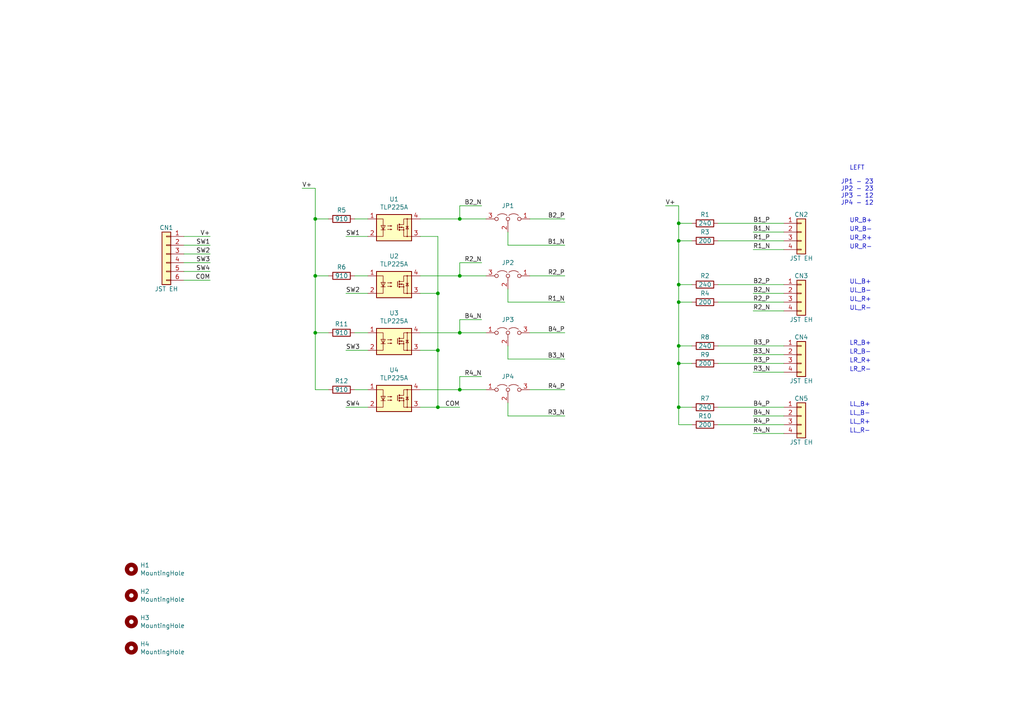
<source format=kicad_sch>
(kicad_sch (version 20211123) (generator eeschema)
  (paper "A4")
  (lib_symbols
    (symbol "Connector_Generic:Conn_01x04" (pin_names (offset 1.016) hide)
      (property "Reference" "J" (at 0 5.08 0))
      (property "Value" "Conn_01x04" (at 0 -7.62 0))
      (symbol "Conn_01x04_1_1"
        (rectangle (start -1.27 -4.953) (end 0 -5.207) (stroke (width 0.1524)))
        (rectangle (start -1.27 -2.413) (end 0 -2.667) (stroke (width 0.1524)))
        (rectangle (start -1.27 0.127) (end 0 -0.127) (stroke (width 0.1524)))
        (rectangle (start -1.27 2.667) (end 0 2.413) (stroke (width 0.1524)))
        (rectangle (start -1.27 3.81) (end 1.27 -6.35) (stroke (width 0.254)) (fill (type background)))
        (pin passive line (at -5.08 2.54 0) (length 3.81) (name "Pin_1") (number "1"))
        (pin passive line (at -5.08 0 0) (length 3.81) (name "Pin_2") (number "2"))
        (pin passive line (at -5.08 -2.54 0) (length 3.81) (name "Pin_3") (number "3"))
        (pin passive line (at -5.08 -5.08 0) (length 3.81) (name "Pin_4") (number "4"))
      )
    )
    (symbol "Connector_Generic:Conn_01x06" (pin_names (offset 1.016) hide)
      (property "Reference" "J" (at 0 7.62 0))
      (property "Value" "Conn_01x06" (at 0 -10.16 0))
      (symbol "Conn_01x06_1_1"
        (rectangle (start -1.27 -7.493) (end 0 -7.747) (stroke (width 0.1524)))
        (rectangle (start -1.27 -4.953) (end 0 -5.207) (stroke (width 0.1524)))
        (rectangle (start -1.27 -2.413) (end 0 -2.667) (stroke (width 0.1524)))
        (rectangle (start -1.27 0.127) (end 0 -0.127) (stroke (width 0.1524)))
        (rectangle (start -1.27 2.667) (end 0 2.413) (stroke (width 0.1524)))
        (rectangle (start -1.27 5.207) (end 0 4.953) (stroke (width 0.1524)))
        (rectangle (start -1.27 6.35) (end 1.27 -8.89) (stroke (width 0.254)) (fill (type background)))
        (pin passive line (at -5.08 5.08 0) (length 3.81) (name "Pin_1") (number "1"))
        (pin passive line (at -5.08 2.54 0) (length 3.81) (name "Pin_2") (number "2"))
        (pin passive line (at -5.08 0 0) (length 3.81) (name "Pin_3") (number "3"))
        (pin passive line (at -5.08 -2.54 0) (length 3.81) (name "Pin_4") (number "4"))
        (pin passive line (at -5.08 -5.08 0) (length 3.81) (name "Pin_5") (number "5"))
        (pin passive line (at -5.08 -7.62 0) (length 3.81) (name "Pin_6") (number "6"))
      )
    )
    (symbol "Device:R" (pin_numbers hide) (pin_names (offset 0))
      (property "Reference" "R" (at 2.032 0 90))
      (property "Value" "R" (at 0 0 90))
      (symbol "R_0_1"
        (rectangle (start -1.016 -2.54) (end 1.016 2.54) (stroke (width 0.254)))
      )
      (symbol "R_1_1"
        (pin passive line (at 0 3.81 270) (length 1.27) (name "~") (number "1"))
        (pin passive line (at 0 -3.81 90) (length 1.27) (name "~") (number "2"))
      )
    )
    (symbol "Jumper:Jumper_3_Open" (pin_names (offset 0) hide)
      (property "Reference" "JP" (at -2.54 -2.54 0))
      (property "Value" "Jumper_3_Open" (at 0 2.794 0))
      (symbol "Jumper_3_Open_0_0"
        (circle (center -3.302 0) (radius 0.508))
        (circle (center 0 0) (radius 0.508))
        (circle (center 3.302 0) (radius 0.508))
      )
      (symbol "Jumper_3_Open_0_1"
        (arc (start -0.254 1.016) (mid -1.651 1.4992) (end -3.048 1.016))
        (polyline (pts (xy 0 -0.508) (xy 0 -1.27)))
        (arc (start 3.048 1.016) (mid 1.651 1.4992) (end 0.254 1.016))
      )
      (symbol "Jumper_3_Open_1_1"
        (pin passive line (at -6.35 0 0) (length 2.54) (name "A") (number "1"))
        (pin passive line (at 0 -3.81 90) (length 2.54) (name "C") (number "2"))
        (pin passive line (at 6.35 0 180) (length 2.54) (name "B") (number "3"))
      )
    )
    (symbol "Mechanical:MountingHole" (pin_names (offset 1.016))
      (property "Reference" "H" (at 0 5.08 0))
      (property "Value" "MountingHole" (at 0 3.175 0))
      (symbol "MountingHole_0_1"
        (circle (center 0 0) (radius 1.27) (stroke (width 1.27)))
      )
    )
    (symbol "TLP225A:TLP225A"
      (property "Reference" "U" (at -5.08 5.08 0))
      (property "Value" "TLP225A" (at 0 5.08 0))
      (symbol "TLP225A_0_1"
        (rectangle (start -5.08 3.81) (end 5.08 -3.81) (stroke (width 0.254)) (fill (type background)))
        (polyline (pts (xy -3.81 -0.635) (xy -2.54 -0.635)))
        (polyline (pts (xy 1.016 0.889) (xy 1.016 -0.635)) (stroke (width 0.2032)))
        (polyline (pts (xy 3.429 0.381) (xy 4.191 0.381)))
        (polyline (pts (xy 3.81 -2.54) (xy 3.81 2.54)))
        (polyline (pts (xy 1.524 -0.508) (xy 1.524 -0.762) (xy 1.524 -0.762)) (stroke (width 0.3556)))
        (polyline (pts (xy 1.524 0.254) (xy 1.524 0) (xy 1.524 0)) (stroke (width 0.3556)))
        (polyline (pts (xy 1.524 1.016) (xy 1.524 0.762) (xy 1.524 0.762)) (stroke (width 0.3556)))
        (polyline (pts (xy 1.651 0.127) (xy 2.794 0.127) (xy 2.794 -0.635)))
        (polyline (pts (xy -5.08 2.54) (xy -3.175 2.54) (xy -3.175 -2.54) (xy -5.08 -2.54)))
        (polyline (pts (xy -3.175 -0.635) (xy -3.81 0.635) (xy -2.54 0.635) (xy -3.175 -0.635)))
        (polyline (pts (xy 1.651 0.889) (xy 2.794 0.889) (xy 2.794 2.54) (xy 5.08 2.54)))
        (polyline (pts (xy 1.778 0.127) (xy 2.286 0.254) (xy 2.286 0) (xy 1.778 0.127)))
        (polyline (pts (xy 3.81 0.381) (xy 3.429 -0.381) (xy 4.191 -0.381) (xy 3.81 0.381)))
        (polyline (pts (xy 5.08 -2.54) (xy 2.794 -2.54) (xy 2.794 -0.635) (xy 1.651 -0.635)))
        (polyline (pts (xy -1.905 -0.508) (xy -0.635 -0.508) (xy -1.016 -0.635) (xy -1.016 -0.381) (xy -0.635 -0.508)))
        (polyline (pts (xy -1.905 0.508) (xy -0.635 0.508) (xy -1.016 0.381) (xy -1.016 0.635) (xy -0.635 0.508)))
        (circle (center 2.794 -0.635) (radius 0.127))
        (circle (center 3.81 -2.54) (radius 0.127))
        (circle (center 3.81 2.54) (radius 0.127))
      )
      (symbol "TLP225A_1_1"
        (pin passive line (at -7.62 2.54 0) (length 2.54) (name "~") (number "1"))
        (pin passive line (at -7.62 -2.54 0) (length 2.54) (name "~") (number "2"))
        (pin passive line (at 7.62 -2.54 180) (length 2.54) (name "~") (number "3"))
        (pin passive line (at 7.62 2.54 180) (length 2.54) (name "~") (number "4"))
      )
    )
  )
  (junction (at 196.85 118.11))
  (junction (at 133.35 63.5))
  (junction (at 196.85 64.77))
  (junction (at 127 101.6))
  (junction (at 91.44 96.52))
  (junction (at 196.85 69.85))
  (junction (at 196.85 87.63))
  (junction (at 196.85 105.41))
  (junction (at 133.35 113.03))
  (junction (at 127 118.11))
  (junction (at 196.85 100.33))
  (junction (at 133.35 80.01))
  (junction (at 196.85 82.55))
  (junction (at 127 85.09))
  (junction (at 133.35 96.52))
  (junction (at 91.44 80.01))
  (junction (at 91.44 63.5))
  (wire (pts (xy 127 118.11) (xy 133.35 118.11)))
  (wire (pts (xy 121.92 113.03) (xy 133.35 113.03)))
  (wire (pts (xy 91.44 113.03) (xy 91.44 96.52)))
  (wire (pts (xy 106.68 80.01) (xy 102.87 80.01)))
  (wire (pts (xy 127 118.11) (xy 121.92 118.11)))
  (wire (pts (xy 227.33 72.39) (xy 218.44 72.39)))
  (wire (pts (xy 53.34 76.2) (xy 60.96 76.2)))
  (wire (pts (xy 208.28 123.19) (xy 227.33 123.19)))
  (wire (pts (xy 208.28 118.11) (xy 227.33 118.11)))
  (wire (pts (xy 153.67 113.03) (xy 163.83 113.03)))
  (wire (pts (xy 121.92 80.01) (xy 133.35 80.01)))
  (wire (pts (xy 127 85.09) (xy 127 101.6)))
  (wire (pts (xy 133.35 92.71) (xy 139.7 92.71)))
  (wire (pts (xy 200.66 100.33) (xy 196.85 100.33)))
  (wire (pts (xy 95.25 96.52) (xy 91.44 96.52)))
  (wire (pts (xy 196.85 69.85) (xy 196.85 64.77)))
  (wire (pts (xy 208.28 82.55) (xy 227.33 82.55)))
  (wire (pts (xy 227.33 67.31) (xy 218.44 67.31)))
  (wire (pts (xy 133.35 80.01) (xy 133.35 76.2)))
  (wire (pts (xy 91.44 96.52) (xy 91.44 80.01)))
  (wire (pts (xy 196.85 118.11) (xy 196.85 105.41)))
  (wire (pts (xy 227.33 85.09) (xy 218.44 85.09)))
  (wire (pts (xy 200.66 82.55) (xy 196.85 82.55)))
  (wire (pts (xy 133.35 113.03) (xy 140.97 113.03)))
  (wire (pts (xy 121.92 96.52) (xy 133.35 96.52)))
  (wire (pts (xy 127 68.58) (xy 127 85.09)))
  (wire (pts (xy 196.85 87.63) (xy 196.85 82.55)))
  (wire (pts (xy 133.35 109.22) (xy 139.7 109.22)))
  (wire (pts (xy 227.33 125.73) (xy 218.44 125.73)))
  (wire (pts (xy 91.44 80.01) (xy 91.44 63.5)))
  (wire (pts (xy 227.33 120.65) (xy 218.44 120.65)))
  (wire (pts (xy 196.85 123.19) (xy 196.85 118.11)))
  (wire (pts (xy 153.67 63.5) (xy 163.83 63.5)))
  (wire (pts (xy 196.85 59.69) (xy 193.04 59.69)))
  (wire (pts (xy 53.34 73.66) (xy 60.96 73.66)))
  (wire (pts (xy 208.28 100.33) (xy 227.33 100.33)))
  (wire (pts (xy 127 101.6) (xy 127 118.11)))
  (wire (pts (xy 106.68 85.09) (xy 100.33 85.09)))
  (wire (pts (xy 153.67 80.01) (xy 163.83 80.01)))
  (wire (pts (xy 147.32 104.14) (xy 163.83 104.14)))
  (wire (pts (xy 147.32 100.33) (xy 147.32 104.14)))
  (wire (pts (xy 133.35 76.2) (xy 139.7 76.2)))
  (wire (pts (xy 95.25 113.03) (xy 91.44 113.03)))
  (wire (pts (xy 95.25 63.5) (xy 91.44 63.5)))
  (wire (pts (xy 208.28 64.77) (xy 227.33 64.77)))
  (wire (pts (xy 121.92 63.5) (xy 133.35 63.5)))
  (wire (pts (xy 208.28 69.85) (xy 227.33 69.85)))
  (wire (pts (xy 147.32 83.82) (xy 147.32 87.63)))
  (wire (pts (xy 227.33 90.17) (xy 218.44 90.17)))
  (wire (pts (xy 133.35 113.03) (xy 133.35 109.22)))
  (wire (pts (xy 121.92 101.6) (xy 127 101.6)))
  (wire (pts (xy 196.85 82.55) (xy 196.85 69.85)))
  (wire (pts (xy 91.44 63.5) (xy 91.44 54.61)))
  (wire (pts (xy 106.68 68.58) (xy 100.33 68.58)))
  (wire (pts (xy 208.28 105.41) (xy 227.33 105.41)))
  (wire (pts (xy 133.35 63.5) (xy 133.35 59.69)))
  (wire (pts (xy 106.68 101.6) (xy 100.33 101.6)))
  (wire (pts (xy 147.32 87.63) (xy 163.83 87.63)))
  (wire (pts (xy 147.32 120.65) (xy 163.83 120.65)))
  (wire (pts (xy 95.25 80.01) (xy 91.44 80.01)))
  (wire (pts (xy 133.35 96.52) (xy 140.97 96.52)))
  (wire (pts (xy 53.34 78.74) (xy 60.96 78.74)))
  (wire (pts (xy 121.92 85.09) (xy 127 85.09)))
  (wire (pts (xy 196.85 105.41) (xy 196.85 100.33)))
  (wire (pts (xy 147.32 116.84) (xy 147.32 120.65)))
  (wire (pts (xy 200.66 105.41) (xy 196.85 105.41)))
  (wire (pts (xy 200.66 118.11) (xy 196.85 118.11)))
  (wire (pts (xy 227.33 102.87) (xy 218.44 102.87)))
  (wire (pts (xy 121.92 68.58) (xy 127 68.58)))
  (wire (pts (xy 208.28 87.63) (xy 227.33 87.63)))
  (wire (pts (xy 200.66 123.19) (xy 196.85 123.19)))
  (wire (pts (xy 200.66 64.77) (xy 196.85 64.77)))
  (wire (pts (xy 102.87 96.52) (xy 106.68 96.52)))
  (wire (pts (xy 53.34 68.58) (xy 60.96 68.58)))
  (wire (pts (xy 227.33 107.95) (xy 218.44 107.95)))
  (wire (pts (xy 102.87 113.03) (xy 106.68 113.03)))
  (wire (pts (xy 53.34 71.12) (xy 60.96 71.12)))
  (wire (pts (xy 153.67 96.52) (xy 163.83 96.52)))
  (wire (pts (xy 196.85 64.77) (xy 196.85 59.69)))
  (wire (pts (xy 133.35 63.5) (xy 140.97 63.5)))
  (wire (pts (xy 133.35 59.69) (xy 139.7 59.69)))
  (wire (pts (xy 106.68 63.5) (xy 102.87 63.5)))
  (wire (pts (xy 200.66 69.85) (xy 196.85 69.85)))
  (wire (pts (xy 133.35 80.01) (xy 140.97 80.01)))
  (wire (pts (xy 200.66 87.63) (xy 196.85 87.63)))
  (wire (pts (xy 53.34 81.28) (xy 60.96 81.28)))
  (wire (pts (xy 196.85 100.33) (xy 196.85 87.63)))
  (wire (pts (xy 91.44 54.61) (xy 87.63 54.61)))
  (wire (pts (xy 133.35 92.71) (xy 133.35 96.52)))
  (wire (pts (xy 147.32 71.12) (xy 163.83 71.12)))
  (wire (pts (xy 147.32 67.31) (xy 147.32 71.12)))
  (wire (pts (xy 106.68 118.11) (xy 100.33 118.11)))
  (text "LR_B+" (at 246.38 100.33 0) (effects (font (size 1.27 1.27)) (justify left bottom)))
  (text "JP1 - 23\nJP2 - 23\nJP3 - 12\nJP4 - 12" (at 243.84 59.69 0) (effects (font (size 1.27 1.27)) (justify left bottom)))
  (text "UR_R-" (at 246.38 72.39 0) (effects (font (size 1.27 1.27)) (justify left bottom)))
  (text "LR_B-" (at 246.38 102.87 0) (effects (font (size 1.27 1.27)) (justify left bottom)))
  (text "UR_R+" (at 246.38 69.85 0) (effects (font (size 1.27 1.27)) (justify left bottom)))
  (text "LEFT" (at 246.38 49.53 0) (effects (font (size 1.27 1.27)) (justify left bottom)))
  (text "UL_R+" (at 246.38 87.63 0) (effects (font (size 1.27 1.27)) (justify left bottom)))
  (text "LL_R+" (at 246.38 123.19 0) (effects (font (size 1.27 1.27)) (justify left bottom)))
  (text "UR_B-" (at 246.38 67.31 0) (effects (font (size 1.27 1.27)) (justify left bottom)))
  (text "UR_B+" (at 246.38 64.77 0) (effects (font (size 1.27 1.27)) (justify left bottom)))
  (text "LL_R-" (at 246.38 125.73 0) (effects (font (size 1.27 1.27)) (justify left bottom)))
  (text "UL_R-" (at 246.38 90.17 0) (effects (font (size 1.27 1.27)) (justify left bottom)))
  (text "LL_B+" (at 246.38 118.11 0) (effects (font (size 1.27 1.27)) (justify left bottom)))
  (text "LL_B-" (at 246.38 120.65 0) (effects (font (size 1.27 1.27)) (justify left bottom)))
  (text "LR_R+" (at 246.38 105.41 0) (effects (font (size 1.27 1.27)) (justify left bottom)))
  (text "UL_B-" (at 246.38 85.09 0) (effects (font (size 1.27 1.27)) (justify left bottom)))
  (text "LR_R-" (at 246.38 107.95 0) (effects (font (size 1.27 1.27)) (justify left bottom)))
  (text "UL_B+" (at 246.38 82.55 0) (effects (font (size 1.27 1.27)) (justify left bottom)))
  (label "SW2" (at 60.96 73.66 180))
  (label "B4_P" (at 163.83 96.52 180))
  (label "R2_P" (at 218.44 87.63 0))
  (label "COM" (at 60.96 81.28 180))
  (label "SW1" (at 60.96 71.12 180))
  (label "V+" (at 87.63 54.61 0))
  (label "B1_P" (at 218.44 64.77 0))
  (label "R4_N" (at 139.7 109.22 180))
  (label "SW3" (at 100.33 101.6 0))
  (label "R4_P" (at 163.83 113.03 180))
  (label "COM" (at 133.35 118.11 180))
  (label "R1_P" (at 218.44 69.85 0))
  (label "B2_P" (at 163.83 63.5 180))
  (label "B4_N" (at 139.7 92.71 180))
  (label "SW4" (at 100.33 118.11 0))
  (label "R2_N" (at 139.7 76.2 180))
  (label "SW4" (at 60.96 78.74 180))
  (label "R4_P" (at 218.44 123.19 0))
  (label "B3_N" (at 163.83 104.14 180))
  (label "B3_P" (at 218.44 100.33 0))
  (label "SW1" (at 100.33 68.58 0))
  (label "B4_P" (at 218.44 118.11 0))
  (label "SW2" (at 100.33 85.09 0))
  (label "R2_N" (at 218.44 90.17 0))
  (label "R1_N" (at 163.83 87.63 180))
  (label "R3_N" (at 218.44 107.95 0))
  (label "B2_P" (at 218.44 82.55 0))
  (label "B2_N" (at 139.7 59.69 180))
  (label "B1_N" (at 218.44 67.31 0))
  (label "B3_N" (at 218.44 102.87 0))
  (label "V+" (at 60.96 68.58 180))
  (label "R3_P" (at 218.44 105.41 0))
  (label "B2_N" (at 218.44 85.09 0))
  (label "V+" (at 193.04 59.69 0))
  (label "B1_N" (at 163.83 71.12 180))
  (label "R2_P" (at 163.83 80.01 180))
  (label "R4_N" (at 218.44 125.73 0))
  (label "R1_N" (at 218.44 72.39 0))
  (label "SW3" (at 60.96 76.2 180))
  (label "R3_N" (at 163.83 120.65 180))
  (label "B4_N" (at 218.44 120.65 0))
  (symbol (lib_id "Connector_Generic:Conn_01x04") (at 232.41 67.31 0) (unit 1)
    (property "Reference" "CN2" (at 232.41 62.23 0))
    (property "Value" "JST EH" (at 232.41 74.93 0))
    (property "Footprint" "Connector_JST:JST_EH_B4B-EH-A_1x04_P2.50mm_Vertical" (effects hide))
  )
  (symbol (lib_id "Connector_Generic:Conn_01x06") (at 48.26 73.66 0) (mirror y) (unit 1)
    (property "Reference" "CN1" (at 48.26 66.04 0))
    (property "Value" "JST EH" (at 48.26 83.82 0))
    (property "Footprint" "Connector_JST:JST_EH_B6B-EH-A_1x06_P2.50mm_Vertical" (effects hide))
  )
  (symbol (lib_id "Connector_Generic:Conn_01x04") (at 232.41 85.09 0) (unit 1)
    (property "Reference" "CN3" (at 232.41 80.01 0))
    (property "Value" "JST EH" (at 232.41 92.71 0))
    (property "Footprint" "Connector_JST:JST_EH_B4B-EH-A_1x04_P2.50mm_Vertical" (effects hide))
  )
  (symbol (lib_id "Connector_Generic:Conn_01x04") (at 232.41 102.87 0) (unit 1)
    (property "Reference" "CN4" (at 232.41 97.79 0))
    (property "Value" "JST EH" (at 232.41 110.49 0))
    (property "Footprint" "Connector_JST:JST_EH_B4B-EH-A_1x04_P2.50mm_Vertical" (effects hide))
  )
  (symbol (lib_id "Connector_Generic:Conn_01x04") (at 232.41 120.65 0) (unit 1)
    (property "Reference" "CN5" (at 232.41 115.57 0))
    (property "Value" "JST EH" (at 232.41 128.27 0))
    (property "Footprint" "Connector_JST:JST_EH_B4B-EH-A_1x04_P2.50mm_Vertical" (effects hide))
  )
  (symbol (lib_id "Mechanical:MountingHole") (at 38.1 165.1 0) (unit 1)
    (property "Reference" "H1" (at 40.64 163.9316 0) (effects (justify left)))
    (property "Value" "MountingHole" (at 40.64 166.243 0) (effects (justify left)))
    (property "Footprint" "MountingHole:MountingHole_3.2mm_M3_DIN965" (effects hide))
  )
  (symbol (lib_id "Mechanical:MountingHole") (at 38.1 172.72 0) (unit 1)
    (property "Reference" "H2" (at 40.64 171.5516 0) (effects (justify left)))
    (property "Value" "MountingHole" (at 40.64 173.863 0) (effects (justify left)))
    (property "Footprint" "MountingHole:MountingHole_3.2mm_M3_DIN965" (effects hide))
  )
  (symbol (lib_id "Mechanical:MountingHole") (at 38.1 180.34 0) (unit 1)
    (property "Reference" "H3" (at 40.64 179.1716 0) (effects (justify left)))
    (property "Value" "MountingHole" (at 40.64 181.483 0) (effects (justify left)))
    (property "Footprint" "MountingHole:MountingHole_3.2mm_M3_DIN965" (effects hide))
  )
  (symbol (lib_id "Mechanical:MountingHole") (at 38.1 187.96 0) (unit 1)
    (property "Reference" "H4" (at 40.64 186.7916 0) (effects (justify left)))
    (property "Value" "MountingHole" (at 40.64 189.103 0) (effects (justify left)))
    (property "Footprint" "MountingHole:MountingHole_3.2mm_M3_DIN965" (effects hide))
  )
  (symbol (lib_id "Device:R") (at 204.47 69.85 270) (unit 1)
    (property "Reference" "R3" (at 204.47 67.31 90))
    (property "Value" "200" (at 204.47 69.85 90))
    (property "Footprint" "Resistor_THT:R_Axial_DIN0207_L6.3mm_D2.5mm_P10.16mm_Horizontal" (effects hide))
  )
  (symbol (lib_id "TLP225A:TLP225A") (at 114.3 66.04 0) (unit 1)
    (property "Reference" "U1" (at 114.3 57.785 0))
    (property "Value" "TLP225A" (at 114.3 60.0964 0))
    (property "Footprint" "Package_DIP:DIP-4_W7.62mm" (effects hide))
    (property "Datasheet" "https://toshiba.semicon-storage.com/info/docget.jsp?did=17036&prodName=TLP222A" (effects hide))
  )
  (symbol (lib_id "Device:R") (at 99.06 63.5 270) (unit 1)
    (property "Reference" "R5" (at 99.06 60.96 90))
    (property "Value" "910" (at 99.06 63.5 90))
    (property "Footprint" "Resistor_THT:R_Axial_DIN0207_L6.3mm_D2.5mm_P10.16mm_Horizontal" (effects hide))
  )
  (symbol (lib_id "Device:R") (at 99.06 80.01 270) (unit 1)
    (property "Reference" "R6" (at 99.06 77.47 90))
    (property "Value" "910" (at 99.06 80.01 90))
    (property "Footprint" "Resistor_THT:R_Axial_DIN0207_L6.3mm_D2.5mm_P10.16mm_Horizontal" (effects hide))
  )
  (symbol (lib_id "Device:R") (at 99.06 96.52 270) (unit 1)
    (property "Reference" "R11" (at 99.06 93.98 90))
    (property "Value" "910" (at 99.06 96.52 90))
    (property "Footprint" "Resistor_THT:R_Axial_DIN0207_L6.3mm_D2.5mm_P10.16mm_Horizontal" (effects hide))
  )
  (symbol (lib_id "Device:R") (at 99.06 113.03 270) (unit 1)
    (property "Reference" "R12" (at 99.06 110.49 90))
    (property "Value" "910" (at 99.06 113.03 90))
    (property "Footprint" "Resistor_THT:R_Axial_DIN0207_L6.3mm_D2.5mm_P10.16mm_Horizontal" (effects hide))
  )
  (symbol (lib_id "TLP225A:TLP225A") (at 114.3 82.55 0) (unit 1)
    (property "Reference" "U2" (at 114.3 74.295 0))
    (property "Value" "TLP225A" (at 114.3 76.6064 0))
    (property "Footprint" "Package_DIP:DIP-4_W7.62mm" (effects hide))
    (property "Datasheet" "https://toshiba.semicon-storage.com/info/docget.jsp?did=17036&prodName=TLP222A" (effects hide))
  )
  (symbol (lib_id "TLP225A:TLP225A") (at 114.3 99.06 0) (unit 1)
    (property "Reference" "U3" (at 114.3 90.805 0))
    (property "Value" "TLP225A" (at 114.3 93.1164 0))
    (property "Footprint" "Package_DIP:DIP-4_W7.62mm" (effects hide))
    (property "Datasheet" "https://toshiba.semicon-storage.com/info/docget.jsp?did=17036&prodName=TLP222A" (effects hide))
  )
  (symbol (lib_id "TLP225A:TLP225A") (at 114.3 115.57 0) (unit 1)
    (property "Reference" "U4" (at 114.3 107.315 0))
    (property "Value" "TLP225A" (at 114.3 109.6264 0))
    (property "Footprint" "Package_DIP:DIP-4_W7.62mm" (effects hide))
    (property "Datasheet" "https://toshiba.semicon-storage.com/info/docget.jsp?did=17036&prodName=TLP222A" (effects hide))
  )
  (symbol (lib_id "Device:R") (at 204.47 64.77 270) (unit 1)
    (property "Reference" "R1" (at 204.47 62.23 90))
    (property "Value" "240" (at 204.47 64.77 90))
    (property "Footprint" "Resistor_THT:R_Axial_DIN0207_L6.3mm_D2.5mm_P10.16mm_Horizontal" (effects hide))
  )
  (symbol (lib_id "Device:R") (at 204.47 87.63 270) (unit 1)
    (property "Reference" "R4" (at 204.47 85.09 90))
    (property "Value" "200" (at 204.47 87.63 90))
    (property "Footprint" "Resistor_THT:R_Axial_DIN0207_L6.3mm_D2.5mm_P10.16mm_Horizontal" (effects hide))
  )
  (symbol (lib_id "Device:R") (at 204.47 82.55 270) (unit 1)
    (property "Reference" "R2" (at 204.47 80.01 90))
    (property "Value" "240" (at 204.47 82.55 90))
    (property "Footprint" "Resistor_THT:R_Axial_DIN0207_L6.3mm_D2.5mm_P10.16mm_Horizontal" (effects hide))
  )
  (symbol (lib_id "Device:R") (at 204.47 105.41 270) (unit 1)
    (property "Reference" "R9" (at 204.47 102.87 90))
    (property "Value" "200" (at 204.47 105.41 90))
    (property "Footprint" "Resistor_THT:R_Axial_DIN0207_L6.3mm_D2.5mm_P10.16mm_Horizontal" (effects hide))
  )
  (symbol (lib_id "Device:R") (at 204.47 100.33 270) (unit 1)
    (property "Reference" "R8" (at 204.47 97.79 90))
    (property "Value" "240" (at 204.47 100.33 90))
    (property "Footprint" "Resistor_THT:R_Axial_DIN0207_L6.3mm_D2.5mm_P10.16mm_Horizontal" (effects hide))
  )
  (symbol (lib_id "Device:R") (at 204.47 123.19 270) (unit 1)
    (property "Reference" "R10" (at 204.47 120.65 90))
    (property "Value" "200" (at 204.47 123.19 90))
    (property "Footprint" "Resistor_THT:R_Axial_DIN0207_L6.3mm_D2.5mm_P10.16mm_Horizontal" (effects hide))
  )
  (symbol (lib_id "Device:R") (at 204.47 118.11 270) (unit 1)
    (property "Reference" "R7" (at 204.47 115.57 90))
    (property "Value" "240" (at 204.47 118.11 90))
    (property "Footprint" "Resistor_THT:R_Axial_DIN0207_L6.3mm_D2.5mm_P10.16mm_Horizontal" (effects hide))
  )
  (symbol (lib_id "Jumper:Jumper_3_Open") (at 147.32 80.01 0) (mirror y) (unit 1)
    (property "Reference" "JP2" (at 147.32 76.2 0))
    (property "Value" "Jumper_3_Open" (effects hide))
    (property "Footprint" "Connector_PinHeader_2.54mm:PinHeader_1x03_P2.54mm_Vertical" (effects hide))
  )
  (symbol (lib_id "Jumper:Jumper_3_Open") (at 147.32 113.03 0) (unit 1)
    (property "Reference" "JP4" (at 147.32 109.22 0))
    (property "Value" "Jumper_3_Open" (effects hide))
    (property "Footprint" "Connector_PinHeader_2.54mm:PinHeader_1x03_P2.54mm_Vertical" (effects hide))
  )
  (symbol (lib_id "Jumper:Jumper_3_Open") (at 147.32 63.5 0) (mirror y) (unit 1)
    (property "Reference" "JP1" (at 147.32 59.69 0))
    (property "Value" "Jumper_3_Open" (effects hide))
    (property "Footprint" "Connector_PinHeader_2.54mm:PinHeader_1x03_P2.54mm_Vertical" (effects hide))
  )
  (symbol (lib_id "Jumper:Jumper_3_Open") (at 147.32 96.52 0) (unit 1)
    (property "Reference" "JP3" (at 147.32 92.71 0))
    (property "Value" "Jumper_3_Open" (effects hide))
    (property "Footprint" "Connector_PinHeader_2.54mm:PinHeader_1x03_P2.54mm_Vertical" (effects hide))
  )
)
</source>
